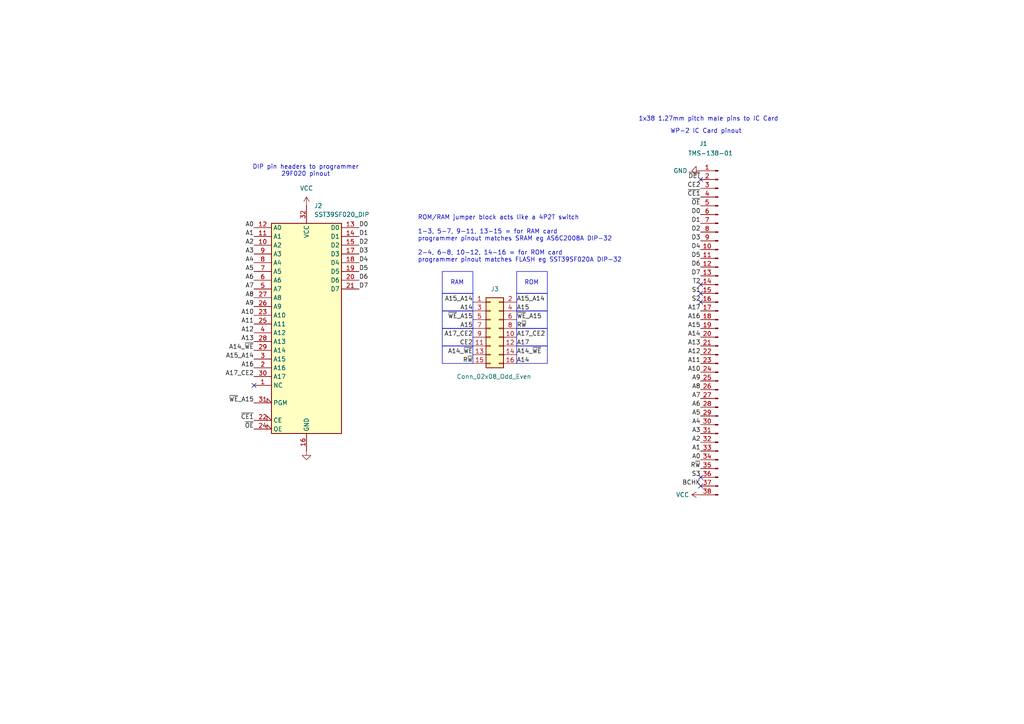
<source format=kicad_sch>
(kicad_sch (version 20231120) (generator "eeschema") (generator_version "8.0")
  (paper "A4")
  (lib_symbols
    (symbol "000_LOCAL:Conn_01x38_Male" (pin_names (offset 1.016) hide)
      (property "Reference" "J" (at 0 48.26 0))
      (property "Value" "Conn_01x38_Male" (at 0 -50.8 0))
      (symbol "Conn_01x38_Male_1_1"
        (polyline (pts (xy 1.27 -48.26) (xy 0.8636 -48.26)) (stroke (width 0.1524)))
        (polyline (pts (xy 1.27 -45.72) (xy 0.8636 -45.72)) (stroke (width 0.1524)))
        (polyline (pts (xy 1.27 -43.18) (xy 0.8636 -43.18)) (stroke (width 0.1524)))
        (polyline (pts (xy 1.27 -40.64) (xy 0.8636 -40.64)) (stroke (width 0.1524)))
        (polyline (pts (xy 1.27 -38.1) (xy 0.8636 -38.1)) (stroke (width 0.1524)))
        (polyline (pts (xy 1.27 -35.56) (xy 0.8636 -35.56)) (stroke (width 0.1524)))
        (polyline (pts (xy 1.27 -33.02) (xy 0.8636 -33.02)) (stroke (width 0.1524)))
        (polyline (pts (xy 1.27 -30.48) (xy 0.8636 -30.48)) (stroke (width 0.1524)))
        (polyline (pts (xy 1.27 -27.94) (xy 0.8636 -27.94)) (stroke (width 0.1524)))
        (polyline (pts (xy 1.27 -25.4) (xy 0.8636 -25.4)) (stroke (width 0.1524)))
        (polyline (pts (xy 1.27 -22.86) (xy 0.8636 -22.86)) (stroke (width 0.1524)))
        (polyline (pts (xy 1.27 -20.32) (xy 0.8636 -20.32)) (stroke (width 0.1524)))
        (polyline (pts (xy 1.27 -17.78) (xy 0.8636 -17.78)) (stroke (width 0.1524)))
        (polyline (pts (xy 1.27 -15.24) (xy 0.8636 -15.24)) (stroke (width 0.1524)))
        (polyline (pts (xy 1.27 -12.7) (xy 0.8636 -12.7)) (stroke (width 0.1524)))
        (polyline (pts (xy 1.27 -10.16) (xy 0.8636 -10.16)) (stroke (width 0.1524)))
        (polyline (pts (xy 1.27 -7.62) (xy 0.8636 -7.62)) (stroke (width 0.1524)))
        (polyline (pts (xy 1.27 -5.08) (xy 0.8636 -5.08)) (stroke (width 0.1524)))
        (polyline (pts (xy 1.27 -2.54) (xy 0.8636 -2.54)) (stroke (width 0.1524)))
        (polyline (pts (xy 1.27 0) (xy 0.8636 0)) (stroke (width 0.1524)))
        (polyline (pts (xy 1.27 2.54) (xy 0.8636 2.54)) (stroke (width 0.1524)))
        (polyline (pts (xy 1.27 5.08) (xy 0.8636 5.08)) (stroke (width 0.1524)))
        (polyline (pts (xy 1.27 7.62) (xy 0.8636 7.62)) (stroke (width 0.1524)))
        (polyline (pts (xy 1.27 10.16) (xy 0.8636 10.16)) (stroke (width 0.1524)))
        (polyline (pts (xy 1.27 12.7) (xy 0.8636 12.7)) (stroke (width 0.1524)))
        (polyline (pts (xy 1.27 15.24) (xy 0.8636 15.24)) (stroke (width 0.1524)))
        (polyline (pts (xy 1.27 17.78) (xy 0.8636 17.78)) (stroke (width 0.1524)))
        (polyline (pts (xy 1.27 20.32) (xy 0.8636 20.32)) (stroke (width 0.1524)))
        (polyline (pts (xy 1.27 22.86) (xy 0.8636 22.86)) (stroke (width 0.1524)))
        (polyline (pts (xy 1.27 25.4) (xy 0.8636 25.4)) (stroke (width 0.1524)))
        (polyline (pts (xy 1.27 27.94) (xy 0.8636 27.94)) (stroke (width 0.1524)))
        (polyline (pts (xy 1.27 30.48) (xy 0.8636 30.48)) (stroke (width 0.1524)))
        (polyline (pts (xy 1.27 33.02) (xy 0.8636 33.02)) (stroke (width 0.1524)))
        (polyline (pts (xy 1.27 35.56) (xy 0.8636 35.56)) (stroke (width 0.1524)))
        (polyline (pts (xy 1.27 38.1) (xy 0.8636 38.1)) (stroke (width 0.1524)))
        (polyline (pts (xy 1.27 40.64) (xy 0.8636 40.64)) (stroke (width 0.1524)))
        (polyline (pts (xy 1.27 43.18) (xy 0.8636 43.18)) (stroke (width 0.1524)))
        (polyline (pts (xy 1.27 45.72) (xy 0.8636 45.72)) (stroke (width 0.1524)))
        (rectangle (start 0.8636 -48.133) (end 0 -48.387) (stroke (width 0.1524)) (fill (type outline)))
        (rectangle (start 0.8636 -45.593) (end 0 -45.847) (stroke (width 0.1524)) (fill (type outline)))
        (rectangle (start 0.8636 -43.053) (end 0 -43.307) (stroke (width 0.1524)) (fill (type outline)))
        (rectangle (start 0.8636 -40.513) (end 0 -40.767) (stroke (width 0.1524)) (fill (type outline)))
        (rectangle (start 0.8636 -37.973) (end 0 -38.227) (stroke (width 0.1524)) (fill (type outline)))
        (rectangle (start 0.8636 -35.433) (end 0 -35.687) (stroke (width 0.1524)) (fill (type outline)))
        (rectangle (start 0.8636 -32.893) (end 0 -33.147) (stroke (width 0.1524)) (fill (type outline)))
        (rectangle (start 0.8636 -30.353) (end 0 -30.607) (stroke (width 0.1524)) (fill (type outline)))
        (rectangle (start 0.8636 -27.813) (end 0 -28.067) (stroke (width 0.1524)) (fill (type outline)))
        (rectangle (start 0.8636 -25.273) (end 0 -25.527) (stroke (width 0.1524)) (fill (type outline)))
        (rectangle (start 0.8636 -22.733) (end 0 -22.987) (stroke (width 0.1524)) (fill (type outline)))
        (rectangle (start 0.8636 -20.193) (end 0 -20.447) (stroke (width 0.1524)) (fill (type outline)))
        (rectangle (start 0.8636 -17.653) (end 0 -17.907) (stroke (width 0.1524)) (fill (type outline)))
        (rectangle (start 0.8636 -15.113) (end 0 -15.367) (stroke (width 0.1524)) (fill (type outline)))
        (rectangle (start 0.8636 -12.573) (end 0 -12.827) (stroke (width 0.1524)) (fill (type outline)))
        (rectangle (start 0.8636 -10.033) (end 0 -10.287) (stroke (width 0.1524)) (fill (type outline)))
        (rectangle (start 0.8636 -7.493) (end 0 -7.747) (stroke (width 0.1524)) (fill (type outline)))
        (rectangle (start 0.8636 -4.953) (end 0 -5.207) (stroke (width 0.1524)) (fill (type outline)))
        (rectangle (start 0.8636 -2.413) (end 0 -2.667) (stroke (width 0.1524)) (fill (type outline)))
        (rectangle (start 0.8636 0.127) (end 0 -0.127) (stroke (width 0.1524)) (fill (type outline)))
        (rectangle (start 0.8636 2.667) (end 0 2.413) (stroke (width 0.1524)) (fill (type outline)))
        (rectangle (start 0.8636 5.207) (end 0 4.953) (stroke (width 0.1524)) (fill (type outline)))
        (rectangle (start 0.8636 7.747) (end 0 7.493) (stroke (width 0.1524)) (fill (type outline)))
        (rectangle (start 0.8636 10.287) (end 0 10.033) (stroke (width 0.1524)) (fill (type outline)))
        (rectangle (start 0.8636 12.827) (end 0 12.573) (stroke (width 0.1524)) (fill (type outline)))
        (rectangle (start 0.8636 15.367) (end 0 15.113) (stroke (width 0.1524)) (fill (type outline)))
        (rectangle (start 0.8636 17.907) (end 0 17.653) (stroke (width 0.1524)) (fill (type outline)))
        (rectangle (start 0.8636 20.447) (end 0 20.193) (stroke (width 0.1524)) (fill (type outline)))
        (rectangle (start 0.8636 22.987) (end 0 22.733) (stroke (width 0.1524)) (fill (type outline)))
        (rectangle (start 0.8636 25.527) (end 0 25.273) (stroke (width 0.1524)) (fill (type outline)))
        (rectangle (start 0.8636 28.067) (end 0 27.813) (stroke (width 0.1524)) (fill (type outline)))
        (rectangle (start 0.8636 30.607) (end 0 30.353) (stroke (width 0.1524)) (fill (type outline)))
        (rectangle (start 0.8636 33.147) (end 0 32.893) (stroke (width 0.1524)) (fill (type outline)))
        (rectangle (start 0.8636 35.687) (end 0 35.433) (stroke (width 0.1524)) (fill (type outline)))
        (rectangle (start 0.8636 38.227) (end 0 37.973) (stroke (width 0.1524)) (fill (type outline)))
        (rectangle (start 0.8636 40.767) (end 0 40.513) (stroke (width 0.1524)) (fill (type outline)))
        (rectangle (start 0.8636 43.307) (end 0 43.053) (stroke (width 0.1524)) (fill (type outline)))
        (rectangle (start 0.8636 45.847) (end 0 45.593) (stroke (width 0.1524)) (fill (type outline)))
        (pin passive line (at 5.08 45.72 180) (length 3.81) (name "Pin_1") (number "1"))
        (pin passive line (at 5.08 22.86 180) (length 3.81) (name "Pin_10") (number "10"))
        (pin passive line (at 5.08 20.32 180) (length 3.81) (name "Pin_11") (number "11"))
        (pin passive line (at 5.08 17.78 180) (length 3.81) (name "Pin_12") (number "12"))
        (pin passive line (at 5.08 15.24 180) (length 3.81) (name "Pin_13") (number "13"))
        (pin passive line (at 5.08 12.7 180) (length 3.81) (name "Pin_14") (number "14"))
        (pin passive line (at 5.08 10.16 180) (length 3.81) (name "Pin_15") (number "15"))
        (pin passive line (at 5.08 7.62 180) (length 3.81) (name "Pin_16") (number "16"))
        (pin passive line (at 5.08 5.08 180) (length 3.81) (name "Pin_17") (number "17"))
        (pin passive line (at 5.08 2.54 180) (length 3.81) (name "Pin_18") (number "18"))
        (pin passive line (at 5.08 0 180) (length 3.81) (name "Pin_19") (number "19"))
        (pin passive line (at 5.08 43.18 180) (length 3.81) (name "Pin_2") (number "2"))
        (pin passive line (at 5.08 -2.54 180) (length 3.81) (name "Pin_20") (number "20"))
        (pin passive line (at 5.08 -5.08 180) (length 3.81) (name "Pin_21") (number "21"))
        (pin passive line (at 5.08 -7.62 180) (length 3.81) (name "Pin_22") (number "22"))
        (pin passive line (at 5.08 -10.16 180) (length 3.81) (name "Pin_23") (number "23"))
        (pin passive line (at 5.08 -12.7 180) (length 3.81) (name "Pin_24") (number "24"))
        (pin passive line (at 5.08 -15.24 180) (length 3.81) (name "Pin_25") (number "25"))
        (pin passive line (at 5.08 -17.78 180) (length 3.81) (name "Pin_26") (number "26"))
        (pin passive line (at 5.08 -20.32 180) (length 3.81) (name "Pin_27") (number "27"))
        (pin passive line (at 5.08 -22.86 180) (length 3.81) (name "Pin_28") (number "28"))
        (pin passive line (at 5.08 -25.4 180) (length 3.81) (name "Pin_29") (number "29"))
        (pin passive line (at 5.08 40.64 180) (length 3.81) (name "Pin_3") (number "3"))
        (pin passive line (at 5.08 -27.94 180) (length 3.81) (name "Pin_30") (number "30"))
        (pin passive line (at 5.08 -30.48 180) (length 3.81) (name "Pin_31") (number "31"))
        (pin passive line (at 5.08 -33.02 180) (length 3.81) (name "Pin_32") (number "32"))
        (pin passive line (at 5.08 -35.56 180) (length 3.81) (name "Pin_33") (number "33"))
        (pin passive line (at 5.08 -38.1 180) (length 3.81) (name "Pin_34") (number "34"))
        (pin passive line (at 5.08 -40.64 180) (length 3.81) (name "Pin_35") (number "35"))
        (pin passive line (at 5.08 -43.18 180) (length 3.81) (name "Pin_36") (number "36"))
        (pin passive line (at 5.08 -45.72 180) (length 3.81) (name "Pin_37") (number "37"))
        (pin passive line (at 5.08 -48.26 180) (length 3.81) (name "Pin_38") (number "38"))
        (pin passive line (at 5.08 38.1 180) (length 3.81) (name "Pin_4") (number "4"))
        (pin passive line (at 5.08 35.56 180) (length 3.81) (name "Pin_5") (number "5"))
        (pin passive line (at 5.08 33.02 180) (length 3.81) (name "Pin_6") (number "6"))
        (pin passive line (at 5.08 30.48 180) (length 3.81) (name "Pin_7") (number "7"))
        (pin passive line (at 5.08 27.94 180) (length 3.81) (name "Pin_8") (number "8"))
        (pin passive line (at 5.08 25.4 180) (length 3.81) (name "Pin_9") (number "9"))
      )
    )
    (symbol "000_LOCAL:Conn_02x08_Odd_Even" (pin_names (offset 1.016) hide)
      (property "Reference" "J" (at 1.27 10.16 0))
      (property "Value" "Conn_02x08_Odd_Even" (at 1.27 -12.7 0))
      (symbol "Conn_02x08_Odd_Even_1_1"
        (rectangle (start -1.27 -10.033) (end 0 -10.287) (stroke (width 0.1524)))
        (rectangle (start -1.27 -7.493) (end 0 -7.747) (stroke (width 0.1524)))
        (rectangle (start -1.27 -4.953) (end 0 -5.207) (stroke (width 0.1524)))
        (rectangle (start -1.27 -2.413) (end 0 -2.667) (stroke (width 0.1524)))
        (rectangle (start -1.27 0.127) (end 0 -0.127) (stroke (width 0.1524)))
        (rectangle (start -1.27 2.667) (end 0 2.413) (stroke (width 0.1524)))
        (rectangle (start -1.27 5.207) (end 0 4.953) (stroke (width 0.1524)))
        (rectangle (start -1.27 7.747) (end 0 7.493) (stroke (width 0.1524)))
        (rectangle (start -1.27 8.89) (end 3.81 -11.43) (stroke (width 0.254)) (fill (type background)))
        (rectangle (start 3.81 -10.033) (end 2.54 -10.287) (stroke (width 0.1524)))
        (rectangle (start 3.81 -7.493) (end 2.54 -7.747) (stroke (width 0.1524)))
        (rectangle (start 3.81 -4.953) (end 2.54 -5.207) (stroke (width 0.1524)))
        (rectangle (start 3.81 -2.413) (end 2.54 -2.667) (stroke (width 0.1524)))
        (rectangle (start 3.81 0.127) (end 2.54 -0.127) (stroke (width 0.1524)))
        (rectangle (start 3.81 2.667) (end 2.54 2.413) (stroke (width 0.1524)))
        (rectangle (start 3.81 5.207) (end 2.54 4.953) (stroke (width 0.1524)))
        (rectangle (start 3.81 7.747) (end 2.54 7.493) (stroke (width 0.1524)))
        (pin passive line (at -5.08 7.62 0) (length 3.81) (name "Pin_1") (number "1"))
        (pin passive line (at 7.62 -2.54 180) (length 3.81) (name "Pin_10") (number "10"))
        (pin passive line (at -5.08 -5.08 0) (length 3.81) (name "Pin_11") (number "11"))
        (pin passive line (at 7.62 -5.08 180) (length 3.81) (name "Pin_12") (number "12"))
        (pin passive line (at -5.08 -7.62 0) (length 3.81) (name "Pin_13") (number "13"))
        (pin passive line (at 7.62 -7.62 180) (length 3.81) (name "Pin_14") (number "14"))
        (pin passive line (at -5.08 -10.16 0) (length 3.81) (name "Pin_15") (number "15"))
        (pin passive line (at 7.62 -10.16 180) (length 3.81) (name "Pin_16") (number "16"))
        (pin passive line (at 7.62 7.62 180) (length 3.81) (name "Pin_2") (number "2"))
        (pin passive line (at -5.08 5.08 0) (length 3.81) (name "Pin_3") (number "3"))
        (pin passive line (at 7.62 5.08 180) (length 3.81) (name "Pin_4") (number "4"))
        (pin passive line (at -5.08 2.54 0) (length 3.81) (name "Pin_5") (number "5"))
        (pin passive line (at 7.62 2.54 180) (length 3.81) (name "Pin_6") (number "6"))
        (pin passive line (at -5.08 0 0) (length 3.81) (name "Pin_7") (number "7"))
        (pin passive line (at 7.62 0 180) (length 3.81) (name "Pin_8") (number "8"))
        (pin passive line (at -5.08 -2.54 0) (length 3.81) (name "Pin_9") (number "9"))
      )
    )
    (symbol "000_LOCAL:GND" (power) (pin_names (offset 0))
      (property "Value" "GND" (at 0 -3.81 0))
      (symbol "GND_0_1"
        (polyline (pts (xy 0 0) (xy 0 -1.27) (xy 1.27 -1.27) (xy 0 -2.54) (xy -1.27 -1.27) (xy 0 -1.27)))
      )
      (symbol "GND_1_1"
        (pin power_in line (at 0 0 270) (length 0) hide (name "GND") (number "1"))
      )
    )
    (symbol "000_LOCAL:SST39SF020_DIP"
      (property "Reference" "U" (at 2.54 33.02 0))
      (property "Value" "SST39SF020_DIP" (at 0 -30.48 0))
      (symbol "SST39SF020_DIP_0_0"
        (pin power_in line (at 0 -34.29 90) (length 5.08) (name "GND") (number "16"))
        (pin power_in line (at 0 36.83 270) (length 5.08) (name "VCC") (number "32"))
      )
      (symbol "SST39SF020_DIP_0_1"
        (rectangle (start -10.16 31.75) (end 10.16 -29.21) (stroke (width 0.254)) (fill (type background)))
      )
      (symbol "SST39SF020_DIP_1_1"
        (pin input line (at -15.24 -15.24 0) (length 5.08) (name "NC") (number "1"))
        (pin input line (at -15.24 25.4 0) (length 5.08) (name "A2") (number "10"))
        (pin input line (at -15.24 27.94 0) (length 5.08) (name "A1") (number "11"))
        (pin input line (at -15.24 30.48 0) (length 5.08) (name "A0") (number "12"))
        (pin tri_state line (at 15.24 30.48 180) (length 5.08) (name "D0") (number "13"))
        (pin tri_state line (at 15.24 27.94 180) (length 5.08) (name "D1") (number "14"))
        (pin tri_state line (at 15.24 25.4 180) (length 5.08) (name "D2") (number "15"))
        (pin tri_state line (at 15.24 22.86 180) (length 5.08) (name "D3") (number "17"))
        (pin tri_state line (at 15.24 20.32 180) (length 5.08) (name "D4") (number "18"))
        (pin tri_state line (at 15.24 17.78 180) (length 5.08) (name "D5") (number "19"))
        (pin input line (at -15.24 -10.16 0) (length 5.08) (name "A16") (number "2"))
        (pin tri_state line (at 15.24 15.24 180) (length 5.08) (name "D6") (number "20"))
        (pin tri_state line (at 15.24 12.7 180) (length 5.08) (name "D7") (number "21"))
        (pin input input_low (at -15.24 -25.4 0) (length 5.08) (name "CE") (number "22"))
        (pin input line (at -15.24 5.08 0) (length 5.08) (name "A10") (number "23"))
        (pin input input_low (at -15.24 -27.94 0) (length 5.08) (name "OE") (number "24"))
        (pin input line (at -15.24 2.54 0) (length 5.08) (name "A11") (number "25"))
        (pin input line (at -15.24 7.62 0) (length 5.08) (name "A9") (number "26"))
        (pin input line (at -15.24 10.16 0) (length 5.08) (name "A8") (number "27"))
        (pin input line (at -15.24 -2.54 0) (length 5.08) (name "A13") (number "28"))
        (pin input line (at -15.24 -5.08 0) (length 5.08) (name "A14") (number "29"))
        (pin input line (at -15.24 -7.62 0) (length 5.08) (name "A15") (number "3"))
        (pin input line (at -15.24 -12.7 0) (length 5.08) (name "A17") (number "30"))
        (pin input input_low (at -15.24 -20.32 0) (length 5.08) (name "PGM") (number "31"))
        (pin input line (at -15.24 0 0) (length 5.08) (name "A12") (number "4"))
        (pin input line (at -15.24 12.7 0) (length 5.08) (name "A7") (number "5"))
        (pin input line (at -15.24 15.24 0) (length 5.08) (name "A6") (number "6"))
        (pin input line (at -15.24 17.78 0) (length 5.08) (name "A5") (number "7"))
        (pin input line (at -15.24 20.32 0) (length 5.08) (name "A4") (number "8"))
        (pin input line (at -15.24 22.86 0) (length 5.08) (name "A3") (number "9"))
      )
    )
    (symbol "000_LOCAL:VCC" (power) (pin_names (offset 0))
      (property "Value" "VCC" (at 0 3.81 0))
      (symbol "VCC_0_1"
        (polyline (pts (xy -0.762 1.27) (xy 0 2.54)))
        (polyline (pts (xy 0 0) (xy 0 2.54)))
        (polyline (pts (xy 0 2.54) (xy 0.762 1.27)))
      )
      (symbol "VCC_1_1"
        (pin power_in line (at 0 0 90) (length 0) hide (name "VCC") (number "1"))
      )
    )
    (symbol "power:GND" (power) (pin_names (offset 0))
      (property "Value" "GND" (at 0 -3.81 0))
      (symbol "GND_0_1"
        (polyline (pts (xy 0 0) (xy 0 -1.27) (xy 1.27 -1.27) (xy 0 -2.54) (xy -1.27 -1.27) (xy 0 -1.27)))
      )
      (symbol "GND_1_1"
        (pin power_in line (at 0 0 270) (length 0) hide (name "GND") (number "1"))
      )
    )
  )
  (no_connect (at 203.2 138.43))
  (no_connect (at 73.66 111.76))
  (no_connect (at 203.2 82.55))
  (no_connect (at 203.2 140.97))
  (no_connect (at 203.2 87.63))
  (no_connect (at 203.2 52.07))
  (no_connect (at 203.2 85.09))
  (rectangle (start 149.86 95.25) (end 158.75 100.33))
  (rectangle (start 128.27 95.25) (end 137.16 100.33))
  (rectangle (start 128.27 90.17) (end 137.16 95.25))
  (rectangle (start 149.86 90.17) (end 158.75 95.25))
  (rectangle (start 128.27 85.09) (end 137.16 90.17))
  (rectangle (start 149.86 100.33) (end 158.75 105.41))
  (rectangle (start 128.27 100.33) (end 137.16 105.41))
  (rectangle (start 128.27 78.74) (end 137.16 85.09))
  (rectangle (start 149.86 85.09) (end 158.75 90.17))
  (rectangle (start 149.86 78.74) (end 158.75 85.09))
  (text "WP-2 IC Card pinout" (at 215.138 38.862 0) (effects (font (size 1.27 1.27)) (justify right bottom)))
  (text "DIP pin headers to programmer\n29F020 pinout\n" (at 88.646 51.308 0) (effects (font (size 1.27 1.27)) (justify bottom)))
  (text "ROM/RAM jumper block acts like a 4P2T switch\n\n1-3, 5-7, 9-11, 13-15 = for RAM card\nprogrammer pinout matches SRAM eg AS6C2008A DIP-32\n\n2-4, 6-8, 10-12, 14-16 = for ROM card\nprogrammer pinout matches FLASH eg SST39SF020A DIP-32\n" (at 121.158 76.2 0) (effects (font (size 1.27 1.27)) (justify left bottom)))
  (text "RAM" (at 132.588 82.042 0) (effects (font (size 1.27 1.27))))
  (text "1x38 1.27mm pitch male pins to IC Card" (at 205.486 35.306 0) (effects (font (size 1.27 1.27)) (justify bottom)))
  (text "ROM" (at 154.178 82.042 0) (effects (font (size 1.27 1.27))))
  (label "A3" (at 73.66 73.66 180))
  (label "A14" (at 149.86 105.41 0))
  (label "D7" (at 104.14 83.82 0))
  (label "A7" (at 73.66 83.82 180))
  (label "A15_A14" (at 137.16 87.63 180))
  (label "A16" (at 203.2 92.71 180))
  (label "~{CE1}" (at 73.66 121.92 180))
  (label "D7" (at 203.2 80.01 180))
  (label "A10" (at 203.2 107.95 180))
  (label "~{WE}_A15" (at 149.86 92.71 0))
  (label "D4" (at 203.2 72.39 180))
  (label "A7" (at 203.2 115.57 180))
  (label "A2" (at 203.2 128.27 180))
  (label "D4" (at 104.14 76.2 0))
  (label "A15_A14" (at 73.66 104.14 180))
  (label "A5" (at 73.66 78.74 180))
  (label "D2" (at 203.2 67.31 180))
  (label "D5" (at 104.14 78.74 0))
  (label "CE2" (at 203.2 54.61 180))
  (label "D5" (at 203.2 74.93 180))
  (label "D3" (at 104.14 73.66 0))
  (label "A14_~{WE}" (at 137.16 102.87 180))
  (label "A17_CE2" (at 149.86 97.79 0))
  (label "A9" (at 203.2 110.49 180))
  (label "D1" (at 203.2 64.77 180))
  (label "A17_CE2" (at 137.16 97.79 180))
  (label "A0" (at 203.2 133.35 180))
  (label "A8" (at 73.66 86.36 180))
  (label "A11" (at 73.66 93.98 180))
  (label "D2" (at 104.14 71.12 0))
  (label "BCHK" (at 203.2 140.97 180))
  (label "~{CE1}" (at 203.2 57.15 180))
  (label "CE2" (at 137.16 100.33 180))
  (label "A3" (at 203.2 125.73 180))
  (label "S1" (at 203.2 85.09 180))
  (label "~{OE}" (at 73.66 124.46 180))
  (label "A0" (at 73.66 66.04 180))
  (label "A4" (at 203.2 123.19 180))
  (label "A17" (at 203.2 90.17 180))
  (label "A6" (at 203.2 118.11 180))
  (label "A1" (at 203.2 130.81 180))
  (label "A17" (at 149.86 100.33 0))
  (label "T2" (at 203.2 82.55 180))
  (label "A1" (at 73.66 68.58 180))
  (label "A8" (at 203.2 113.03 180))
  (label "~{DET}" (at 203.2 52.07 180))
  (label "A10" (at 73.66 91.44 180))
  (label "A14" (at 203.2 97.79 180))
  (label "D1" (at 104.14 68.58 0))
  (label "A15" (at 149.86 90.17 0))
  (label "A15" (at 203.2 95.25 180))
  (label "D3" (at 203.2 69.85 180))
  (label "A12" (at 203.2 102.87 180))
  (label "R~{W}" (at 149.86 95.25 0))
  (label "A13" (at 73.66 99.06 180))
  (label "R~{W}" (at 203.2 135.89 180))
  (label "A15" (at 137.16 95.25 180))
  (label "A4" (at 73.66 76.2 180))
  (label "A14" (at 137.16 90.17 180))
  (label "S2" (at 203.2 87.63 180))
  (label "D0" (at 203.2 62.23 180))
  (label "D6" (at 203.2 77.47 180))
  (label "A14_~{WE}" (at 149.86 102.87 0))
  (label "R~{W}" (at 137.16 105.41 180))
  (label "D6" (at 104.14 81.28 0))
  (label "D0" (at 104.14 66.04 0))
  (label "~{WE}_A15" (at 73.66 116.84 180))
  (label "A9" (at 73.66 88.9 180))
  (label "~{WE}_A15" (at 137.16 92.71 180))
  (label "A11" (at 203.2 105.41 180))
  (label "A14_~{WE}" (at 73.66 101.6 180))
  (label "A13" (at 203.2 100.33 180))
  (label "A5" (at 203.2 120.65 180))
  (label "A15_A14" (at 149.86 87.63 0))
  (label "A17_CE2" (at 73.66 109.22 180))
  (label "A16" (at 73.66 106.68 180))
  (label "A2" (at 73.66 71.12 180))
  (label "S3" (at 203.2 138.43 180))
  (label "A12" (at 73.66 96.52 180))
  (label "~{OE}" (at 203.2 59.69 180))
  (label "A6" (at 73.66 81.28 180))
  (symbol (lib_id "000_LOCAL:Conn_01x38_Male") (at 208.28 95.25 0) (mirror y) (unit 1)
    (property "Reference" "J1" (at 205.232 41.656 0) (effects (justify left)))
    (property "Value" "TMS-138-01" (at 212.598 44.45 0) (effects (justify left)))
    (property "Footprint" "000_LOCAL:TMS-138-01-x-x_pcb_edge" (effects (hide yes)))
  )
  (symbol (lib_id "power:GND") (at 203.2 49.53 270) (unit 1)
    (property "Reference" "#PWR0102" (effects (hide yes)))
    (property "Value" "GND" (at 199.39 49.53 90) (effects (justify right)))
  )
  (symbol (lib_id "000_LOCAL:Conn_02x08_Odd_Even") (at 142.24 95.25 0) (unit 1)
    (property "Reference" "J3" (at 143.51 83.82 0))
    (property "Value" "Conn_02x08_Odd_Even" (at 143.256 109.22 0))
    (property "Footprint" "000_LOCAL:2x8_jumper_block" (effects (hide yes)))
  )
  (symbol (lib_id "000_LOCAL:VCC") (at 203.2 143.51 90) (unit 1)
    (property "Reference" "#PWR03" (effects (hide yes)))
    (property "Value" "VCC" (at 199.898 143.51 90) (effects (justify left)))
    (property "Description" "Power symbol creates a global label with name \"VCC\"" (effects (hide yes)))
  )
  (symbol (lib_id "000_LOCAL:VCC") (at 88.9 59.69 0) (unit 1)
    (property "Reference" "#PWR01" (effects (hide yes)))
    (property "Value" "VCC" (at 88.9 54.61 0))
    (property "Description" "Power symbol creates a global label with name \"VCC\"" (effects (hide yes)))
  )
  (symbol (lib_id "000_LOCAL:SST39SF020_DIP") (at 88.9 96.52 0) (unit 1)
    (property "Reference" "J2" (at 91.0941 59.69 0) (effects (justify left)))
    (property "Value" "SST39SF020_DIP" (at 91.0941 62.23 0) (effects (justify left)))
    (property "Footprint" "000_LOCAL:2x16x600" (effects (hide yes)))
    (property "Datasheet" "datasheets/29F040.pdf" (effects (hide yes)))
    (property "Description" "Silicon Storage Technology (SSF) 256k x 8 Flash ROM" (effects (hide yes)))
  )
  (symbol (lib_id "000_LOCAL:GND") (at 88.9 130.81 0) (unit 1)
    (property "Reference" "#PWR02" (effects (hide yes)))
    (property "Value" "GND" (effects (hide yes)))
    (property "Description" "Power symbol creates a global label with name \"GND\" , ground" (effects (hide yes)))
  )
)
</source>
